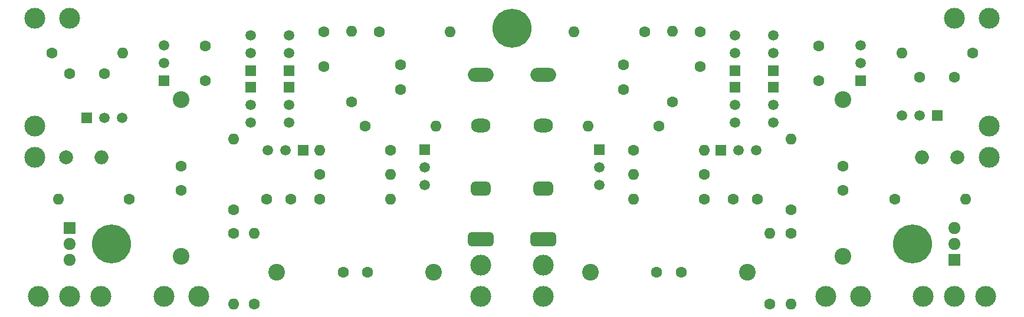
<source format=gts>
G04 #@! TF.GenerationSoftware,KiCad,Pcbnew,9.0.2-9.0.2-0~ubuntu22.04.1*
G04 #@! TF.CreationDate,2025-06-09T06:11:19+02:00*
G04 #@! TF.ProjectId,amp_board_Rev-A,616d705f-626f-4617-9264-5f5265762d41,rev?*
G04 #@! TF.SameCoordinates,Original*
G04 #@! TF.FileFunction,Soldermask,Top*
G04 #@! TF.FilePolarity,Negative*
%FSLAX46Y46*%
G04 Gerber Fmt 4.6, Leading zero omitted, Abs format (unit mm)*
G04 Created by KiCad (PCBNEW 9.0.2-9.0.2-0~ubuntu22.04.1) date 2025-06-09 06:11:19*
%MOMM*%
%LPD*%
G01*
G04 APERTURE LIST*
G04 Aperture macros list*
%AMRoundRect*
0 Rectangle with rounded corners*
0 $1 Rounding radius*
0 $2 $3 $4 $5 $6 $7 $8 $9 X,Y pos of 4 corners*
0 Add a 4 corners polygon primitive as box body*
4,1,4,$2,$3,$4,$5,$6,$7,$8,$9,$2,$3,0*
0 Add four circle primitives for the rounded corners*
1,1,$1+$1,$2,$3*
1,1,$1+$1,$4,$5*
1,1,$1+$1,$6,$7*
1,1,$1+$1,$8,$9*
0 Add four rect primitives between the rounded corners*
20,1,$1+$1,$2,$3,$4,$5,0*
20,1,$1+$1,$4,$5,$6,$7,0*
20,1,$1+$1,$6,$7,$8,$9,0*
20,1,$1+$1,$8,$9,$2,$3,0*%
G04 Aperture macros list end*
%ADD10C,2.000000*%
%ADD11O,2.000000X2.000000*%
%ADD12C,1.600000*%
%ADD13R,1.500000X1.500000*%
%ADD14C,1.500000*%
%ADD15C,3.000000*%
%ADD16O,1.600000X1.600000*%
%ADD17C,3.600000*%
%ADD18C,5.600000*%
%ADD19C,2.400000*%
%ADD20R,1.800000X1.710000*%
%ADD21O,1.800000X1.710000*%
%ADD22RoundRect,0.500000X1.350000X-0.500000X1.350000X0.500000X-1.350000X0.500000X-1.350000X-0.500000X0*%
%ADD23RoundRect,0.500000X0.900000X-0.500000X0.900000X0.500000X-0.900000X0.500000X-0.900000X-0.500000X0*%
%ADD24O,2.800000X2.000000*%
%ADD25O,3.700000X2.000000*%
G04 APERTURE END LIST*
D10*
X86000000Y-82500000D03*
D11*
X91080000Y-82500000D03*
D12*
X177000000Y-69500000D03*
X177000000Y-64500000D03*
D13*
X137500000Y-81460000D03*
D14*
X137500000Y-84000000D03*
X137500000Y-86540000D03*
D15*
X154500000Y-102500000D03*
D13*
X88960000Y-76860000D03*
D14*
X91500000Y-76860000D03*
X94040000Y-76860000D03*
D12*
X185250000Y-88500000D03*
X181750000Y-88500000D03*
D13*
X162500000Y-81460000D03*
D14*
X162500000Y-84000000D03*
X162500000Y-86540000D03*
D13*
X187500000Y-70040000D03*
D14*
X187500000Y-67500000D03*
X187500000Y-64960000D03*
D12*
X91500000Y-70500000D03*
X86500000Y-70500000D03*
D13*
X112500000Y-72460000D03*
D14*
X112500000Y-75000000D03*
X112500000Y-77540000D03*
D12*
X166000000Y-72750000D03*
X166000000Y-69250000D03*
X177580000Y-85000000D03*
D16*
X167420000Y-85000000D03*
D13*
X182000000Y-72460000D03*
D14*
X182000000Y-75000000D03*
X182000000Y-77540000D03*
D12*
X173000000Y-74580000D03*
D16*
X173000000Y-64420000D03*
D15*
X81500000Y-62500000D03*
D17*
X150000000Y-64000000D03*
D18*
X150000000Y-64000000D03*
D15*
X195000000Y-102500000D03*
D19*
X197500000Y-96750000D03*
X197500000Y-74250000D03*
D20*
X86500000Y-92720000D03*
D21*
X86500000Y-95000000D03*
X86500000Y-97280000D03*
D15*
X213500000Y-102500000D03*
D13*
X112500000Y-70040000D03*
D14*
X112500000Y-67500000D03*
X112500000Y-64960000D03*
D15*
X81500000Y-82500000D03*
D12*
X102500000Y-87250000D03*
X102500000Y-83750000D03*
D13*
X187500000Y-72460000D03*
D14*
X187500000Y-75000000D03*
X187500000Y-77540000D03*
D15*
X145500000Y-102500000D03*
D13*
X179960000Y-81500000D03*
D14*
X182500000Y-81500000D03*
X185040000Y-81500000D03*
D12*
X174250000Y-99000000D03*
X170750000Y-99000000D03*
X204920000Y-88500000D03*
D16*
X215080000Y-88500000D03*
D12*
X130920000Y-64500000D03*
D16*
X141080000Y-64500000D03*
D12*
X216080000Y-67500000D03*
D16*
X205920000Y-67500000D03*
D15*
X218500000Y-82500000D03*
X154500000Y-98000000D03*
D12*
X190000000Y-93420000D03*
D16*
X190000000Y-103580000D03*
D19*
X116250000Y-99000000D03*
X138750000Y-99000000D03*
D12*
X127000000Y-74580000D03*
D16*
X127000000Y-64420000D03*
D13*
X211040000Y-76500000D03*
D14*
X208500000Y-76500000D03*
X205960000Y-76500000D03*
D12*
X169080000Y-64500000D03*
D16*
X158920000Y-64500000D03*
D13*
X118000000Y-72460000D03*
D14*
X118000000Y-75000000D03*
X118000000Y-77540000D03*
D12*
X171080000Y-78000000D03*
D16*
X160920000Y-78000000D03*
D12*
X122420000Y-85000000D03*
D16*
X132580000Y-85000000D03*
D13*
X118000000Y-70040000D03*
D14*
X118000000Y-67500000D03*
X118000000Y-64960000D03*
D13*
X200000000Y-71540000D03*
D14*
X200000000Y-69000000D03*
X200000000Y-66460000D03*
D15*
X86500000Y-102500000D03*
D13*
X120040000Y-81500000D03*
D14*
X117500000Y-81500000D03*
X114960000Y-81500000D03*
D17*
X207500000Y-95000000D03*
D18*
X207500000Y-95000000D03*
D20*
X213500000Y-97280000D03*
D21*
X213500000Y-95000000D03*
X213500000Y-92720000D03*
D13*
X182000000Y-70040000D03*
D14*
X182000000Y-67500000D03*
X182000000Y-64960000D03*
D12*
X167420000Y-81500000D03*
D16*
X177580000Y-81500000D03*
D12*
X190000000Y-90080000D03*
D16*
X190000000Y-79920000D03*
D12*
X122420000Y-88500000D03*
D16*
X132580000Y-88500000D03*
D15*
X218500000Y-78000000D03*
D12*
X110000000Y-90080000D03*
D16*
X110000000Y-79920000D03*
D15*
X218500000Y-62500000D03*
D12*
X83920000Y-67500000D03*
D16*
X94080000Y-67500000D03*
D15*
X86500000Y-62500000D03*
X100000000Y-102500000D03*
D22*
X154500000Y-94310000D03*
D23*
X154500000Y-87040000D03*
D24*
X154500000Y-77960000D03*
D25*
X154500000Y-70690000D03*
D13*
X100000000Y-71540000D03*
D14*
X100000000Y-69000000D03*
X100000000Y-66460000D03*
D15*
X105000000Y-102500000D03*
D12*
X132580000Y-81500000D03*
D16*
X122420000Y-81500000D03*
D15*
X145500000Y-98000000D03*
D12*
X197500000Y-87250000D03*
X197500000Y-83750000D03*
X106000000Y-66500000D03*
X106000000Y-71500000D03*
X125750000Y-99000000D03*
X129250000Y-99000000D03*
D17*
X92500000Y-95000000D03*
D18*
X92500000Y-95000000D03*
D15*
X213500000Y-62500000D03*
D12*
X123000000Y-69500000D03*
X123000000Y-64500000D03*
D10*
X213915000Y-82500000D03*
D11*
X208835000Y-82500000D03*
D19*
X183750000Y-99000000D03*
X161250000Y-99000000D03*
D15*
X91000000Y-102500000D03*
D12*
X95080000Y-88500000D03*
D16*
X84920000Y-88500000D03*
D12*
X113000000Y-103580000D03*
D16*
X113000000Y-93420000D03*
D15*
X218000000Y-102500000D03*
X200000000Y-102500000D03*
X81500000Y-78000000D03*
D12*
X110000000Y-93420000D03*
D16*
X110000000Y-103580000D03*
D15*
X209000000Y-102500000D03*
D12*
X187000000Y-103580000D03*
D16*
X187000000Y-93420000D03*
D22*
X145500000Y-94310000D03*
D23*
X145500000Y-87040000D03*
D24*
X145500000Y-77960000D03*
D25*
X145500000Y-70690000D03*
D12*
X134000000Y-72750000D03*
X134000000Y-69250000D03*
D15*
X82000000Y-102500000D03*
D12*
X194000000Y-66500000D03*
X194000000Y-71500000D03*
X208500000Y-71000000D03*
X213500000Y-71000000D03*
X177580000Y-88500000D03*
D16*
X167420000Y-88500000D03*
D19*
X102500000Y-96750000D03*
X102500000Y-74250000D03*
D12*
X128920000Y-78000000D03*
D16*
X139080000Y-78000000D03*
D12*
X114750000Y-88500000D03*
X118250000Y-88500000D03*
M02*

</source>
